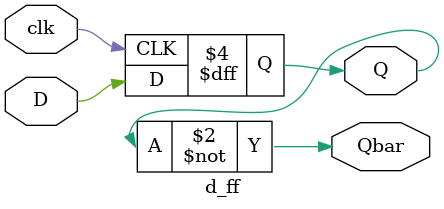
<source format=v>
module d_ff(

input D, clk,
output reg Q,
output Qbar
);

initial begin
    Q = 0; 
 end
 
 always @(posedge clk) begin
    Q <= D;
 end
 
 assign Qbar = ~Q;
 

endmodule

</source>
